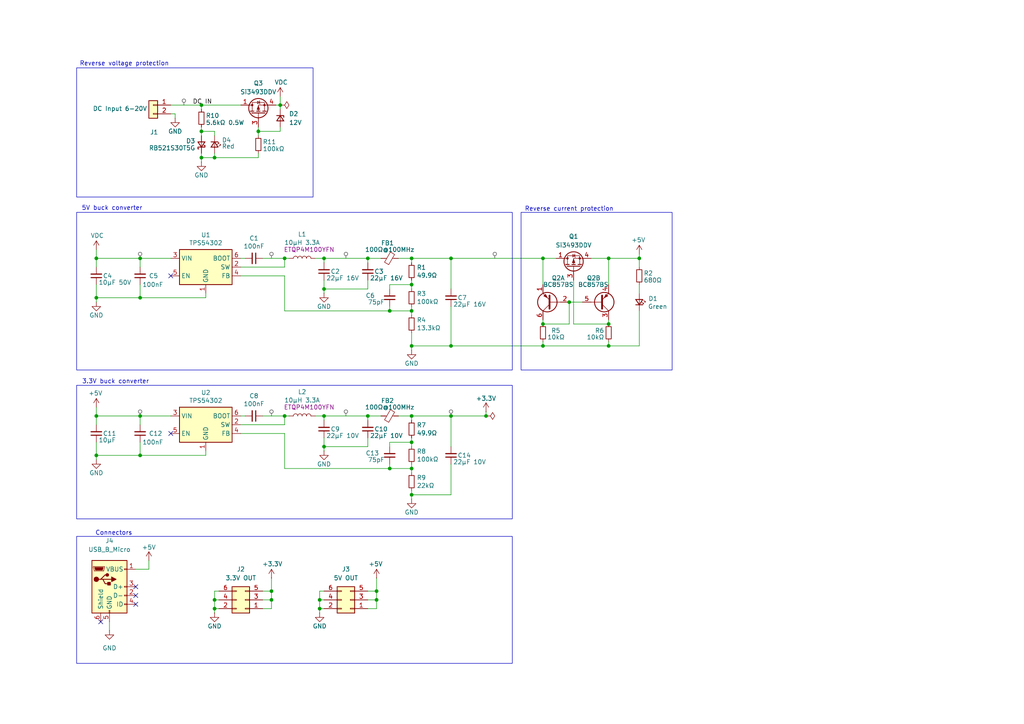
<source format=kicad_sch>
(kicad_sch (version 20231120) (generator "eeschema") (generator_version "8.0")
  (paper "A4")
  (title_block (title "Switched Breadboard PSU") (date "2024-07-16") (company "Retronics - Bjørner Sandom"))
  (lib_symbols
    (symbol "Connector:USB_B_Micro" (pin_names (offset 1.016))
      (property "Reference" "J" (at -5.08 11.43 0))
      (property "Value" "USB_B_Micro" (at -5.08 8.89 0))
      (symbol "USB_B_Micro_0_1"
        (rectangle (start -5.08 -7.62) (end 5.08 7.62) (stroke (width 0.254)) (fill (type background)))
        (circle (center -3.81 2.159) (radius 0.635) (stroke (width 0.254)) (fill (type outline)))
        (circle (center -0.635 3.429) (radius 0.381) (stroke (width 0.254)) (fill (type outline)))
        (rectangle (start -0.127 -7.62) (end 0.127 -6.858))
        (polyline (pts (xy -1.905 2.159) (xy 0.635 2.159)) (stroke (width 0.254)))
        (polyline (pts (xy -3.175 2.159) (xy -2.54 2.159) (xy -1.27 3.429) (xy -0.635 3.429)) (stroke (width 0.254)))
        (polyline (pts (xy -2.54 2.159) (xy -1.905 2.159) (xy -1.27 0.889) (xy 0 0.889)) (stroke (width 0.254)))
        (polyline (pts (xy 0.635 2.794) (xy 0.635 1.524) (xy 1.905 2.159) (xy 0.635 2.794)) (stroke (width 0.254)) (fill (type outline)))
        (polyline (pts (xy -4.318 5.588) (xy -1.778 5.588) (xy -2.032 4.826) (xy -4.064 4.826) (xy -4.318 5.588)) (fill (type outline)))
        (polyline (pts (xy -4.699 5.842) (xy -4.699 5.588) (xy -4.445 4.826) (xy -4.445 4.572) (xy -1.651 4.572) (xy -1.651 4.826) (xy -1.397 5.588) (xy -1.397 5.842) (xy -4.699 5.842)))
        (rectangle (start 0.254 1.27) (end -0.508 0.508) (stroke (width 0.254)) (fill (type outline)))
        (rectangle (start 5.08 -5.207) (end 4.318 -4.953))
        (rectangle (start 5.08 -2.667) (end 4.318 -2.413))
        (rectangle (start 5.08 -0.127) (end 4.318 0.127))
        (rectangle (start 5.08 4.953) (end 4.318 5.207))
      )
      (symbol "USB_B_Micro_1_1"
        (pin power_out line (at 7.62 5.08 180) (length 2.54) (name "VBUS") (number "1"))
        (pin bidirectional line (at 7.62 -2.54 180) (length 2.54) (name "D-") (number "2"))
        (pin bidirectional line (at 7.62 0 180) (length 2.54) (name "D+") (number "3"))
        (pin passive line (at 7.62 -5.08 180) (length 2.54) (name "ID") (number "4"))
        (pin power_out line (at 0 -10.16 90) (length 2.54) (name "GND") (number "5"))
        (pin passive line (at -2.54 -10.16 90) (length 2.54) (name "Shield") (number "6"))
      )
    )
    (symbol "Connector_Generic:Conn_01x02" (pin_names (offset 1.016) hide)
      (property "Reference" "J" (at 0 2.54 0))
      (property "Value" "Conn_01x02" (at 0 -5.08 0))
      (symbol "Conn_01x02_1_1"
        (rectangle (start -1.27 -2.413) (end 0 -2.667) (stroke (width 0.1524)))
        (rectangle (start -1.27 0.127) (end 0 -0.127) (stroke (width 0.1524)))
        (rectangle (start -1.27 1.27) (end 1.27 -3.81) (stroke (width 0.254)) (fill (type background)))
        (pin passive line (at -5.08 0 0) (length 3.81) (name "Pin_1") (number "1"))
        (pin passive line (at -5.08 -2.54 0) (length 3.81) (name "Pin_2") (number "2"))
      )
    )
    (symbol "Connector_Generic:Conn_02x03_Odd_Even" (pin_names (offset 1.016) hide)
      (property "Reference" "J" (at 1.27 5.08 0))
      (property "Value" "Conn_02x03_Odd_Even" (at 1.27 -5.08 0))
      (symbol "Conn_02x03_Odd_Even_1_1"
        (rectangle (start -1.27 -2.413) (end 0 -2.667) (stroke (width 0.1524)))
        (rectangle (start -1.27 0.127) (end 0 -0.127) (stroke (width 0.1524)))
        (rectangle (start -1.27 2.667) (end 0 2.413) (stroke (width 0.1524)))
        (rectangle (start -1.27 3.81) (end 3.81 -3.81) (stroke (width 0.254)) (fill (type background)))
        (rectangle (start 3.81 -2.413) (end 2.54 -2.667) (stroke (width 0.1524)))
        (rectangle (start 3.81 0.127) (end 2.54 -0.127) (stroke (width 0.1524)))
        (rectangle (start 3.81 2.667) (end 2.54 2.413) (stroke (width 0.1524)))
        (pin passive line (at -5.08 2.54 0) (length 3.81) (name "Pin_1") (number "1"))
        (pin passive line (at 7.62 2.54 180) (length 3.81) (name "Pin_2") (number "2"))
        (pin passive line (at -5.08 0 0) (length 3.81) (name "Pin_3") (number "3"))
        (pin passive line (at 7.62 0 180) (length 3.81) (name "Pin_4") (number "4"))
        (pin passive line (at -5.08 -2.54 0) (length 3.81) (name "Pin_5") (number "5"))
        (pin passive line (at 7.62 -2.54 180) (length 3.81) (name "Pin_6") (number "6"))
      )
    )
    (symbol "Device:C_Small" (pin_numbers hide) (pin_names (offset 0.254) hide)
      (property "Reference" "C" (at 0.254 1.778 0))
      (property "Value" "C_Small" (at 0.254 -2.032 0))
      (symbol "C_Small_0_1"
        (polyline (pts (xy -1.524 -0.508) (xy 1.524 -0.508)) (stroke (width 0.3302)))
        (polyline (pts (xy -1.524 0.508) (xy 1.524 0.508)) (stroke (width 0.3048)))
      )
      (symbol "C_Small_1_1"
        (pin passive line (at 0 2.54 270) (length 2.032) (name "~") (number "1"))
        (pin passive line (at 0 -2.54 90) (length 2.032) (name "~") (number "2"))
      )
    )
    (symbol "Device:D_Schottky_Small" (pin_numbers hide) (pin_names (offset 0.254) hide)
      (property "Reference" "D" (at -1.27 2.032 0))
      (property "Value" "D_Schottky_Small" (at -7.112 -2.032 0))
      (symbol "D_Schottky_Small_0_1"
        (polyline (pts (xy -0.762 0) (xy 0.762 0)))
        (polyline (pts (xy 0.762 -1.016) (xy -0.762 0) (xy 0.762 1.016) (xy 0.762 -1.016)) (stroke (width 0.254)))
        (polyline (pts (xy -1.27 0.762) (xy -1.27 1.016) (xy -0.762 1.016) (xy -0.762 -1.016) (xy -0.254 -1.016) (xy -0.254 -0.762)) (stroke (width 0.254)))
      )
      (symbol "D_Schottky_Small_1_1"
        (pin passive line (at -2.54 0 0) (length 1.778) (name "K") (number "1"))
        (pin passive line (at 2.54 0 180) (length 1.778) (name "A") (number "2"))
      )
    )
    (symbol "Device:D_Zener_Small" (pin_numbers hide) (pin_names (offset 0.254) hide)
      (property "Reference" "D" (at 0 2.286 0))
      (property "Value" "D_Zener_Small" (at 0 -2.286 0))
      (symbol "D_Zener_Small_0_1"
        (polyline (pts (xy 0.762 0) (xy -0.762 0)))
        (polyline (pts (xy -0.254 1.016) (xy -0.762 1.016) (xy -0.762 -1.016)) (stroke (width 0.254)))
        (polyline (pts (xy 0.762 1.016) (xy -0.762 0) (xy 0.762 -1.016) (xy 0.762 1.016)) (stroke (width 0.254)))
      )
      (symbol "D_Zener_Small_1_1"
        (pin passive line (at -2.54 0 0) (length 1.778) (name "K") (number "1"))
        (pin passive line (at 2.54 0 180) (length 1.778) (name "A") (number "2"))
      )
    )
    (symbol "Device:FerriteBead_Small" (pin_numbers hide) (pin_names (offset 0))
      (property "Reference" "FB" (at 1.905 1.27 0))
      (property "Value" "FerriteBead_Small" (at 1.905 -1.27 0))
      (symbol "FerriteBead_Small_0_1"
        (polyline (pts (xy 0 -1.27) (xy 0 -0.7874)))
        (polyline (pts (xy 0 0.889) (xy 0 1.2954)))
        (polyline (pts (xy -1.8288 0.2794) (xy -1.1176 1.4986) (xy 1.8288 -0.2032) (xy 1.1176 -1.4224) (xy -1.8288 0.2794)))
      )
      (symbol "FerriteBead_Small_1_1"
        (pin passive line (at 0 2.54 270) (length 1.27) (name "~") (number "1"))
        (pin passive line (at 0 -2.54 90) (length 1.27) (name "~") (number "2"))
      )
    )
    (symbol "Device:L" (pin_numbers hide) (pin_names (offset 1.016) hide)
      (property "Reference" "L" (at -1.27 0 90))
      (property "Value" "L" (at 1.905 0 90))
      (symbol "L_0_1"
        (arc (start 0 -2.54) (mid 0.6323 -1.905) (end 0 -1.27))
        (arc (start 0 -1.27) (mid 0.6323 -0.635) (end 0 0))
        (arc (start 0 0) (mid 0.6323 0.635) (end 0 1.27))
        (arc (start 0 1.27) (mid 0.6323 1.905) (end 0 2.54))
      )
      (symbol "L_1_1"
        (pin passive line (at 0 3.81 270) (length 1.27) (name "1") (number "1"))
        (pin passive line (at 0 -3.81 90) (length 1.27) (name "2") (number "2"))
      )
    )
    (symbol "Device:LED_Small" (pin_numbers hide) (pin_names (offset 0.254) hide)
      (property "Reference" "D" (at -1.27 3.175 0))
      (property "Value" "LED_Small" (at -4.445 -2.54 0))
      (symbol "LED_Small_0_1"
        (polyline (pts (xy -0.762 -1.016) (xy -0.762 1.016)) (stroke (width 0.254)))
        (polyline (pts (xy 1.016 0) (xy -0.762 0)))
        (polyline (pts (xy 0.762 -1.016) (xy -0.762 0) (xy 0.762 1.016) (xy 0.762 -1.016)) (stroke (width 0.254)))
        (polyline (pts (xy 0 0.762) (xy -0.508 1.27) (xy -0.254 1.27) (xy -0.508 1.27) (xy -0.508 1.016)))
        (polyline (pts (xy 0.508 1.27) (xy 0 1.778) (xy 0.254 1.778) (xy 0 1.778) (xy 0 1.524)))
      )
      (symbol "LED_Small_1_1"
        (pin passive line (at -2.54 0 0) (length 1.778) (name "K") (number "1"))
        (pin passive line (at 2.54 0 180) (length 1.778) (name "A") (number "2"))
      )
    )
    (symbol "Device:R_Small" (pin_numbers hide) (pin_names (offset 0.254) hide)
      (property "Reference" "R" (at 0.762 0.508 0))
      (property "Value" "R_Small" (at 0.762 -1.016 0))
      (symbol "R_Small_0_1"
        (rectangle (start -0.762 1.778) (end 0.762 -1.778) (stroke (width 0.2032)))
      )
      (symbol "R_Small_1_1"
        (pin passive line (at 0 2.54 270) (length 0.762) (name "~") (number "1"))
        (pin passive line (at 0 -2.54 90) (length 0.762) (name "~") (number "2"))
      )
    )
    (symbol "Regulator_Switching:TPS54302"
      (property "Reference" "U" (at -7.62 6.35 0))
      (property "Value" "TPS54302" (at 0 6.35 0))
      (symbol "TPS54302_0_1"
        (rectangle (start -7.62 5.08) (end 7.62 -5.08) (stroke (width 0.254)) (fill (type background)))
      )
      (symbol "TPS54302_1_1"
        (pin power_in line (at 0 -7.62 90) (length 2.54) (name "GND") (number "1"))
        (pin power_out line (at 10.16 0 180) (length 2.54) (name "SW") (number "2"))
        (pin power_in line (at -10.16 2.54 0) (length 2.54) (name "VIN") (number "3"))
        (pin input line (at 10.16 -2.54 180) (length 2.54) (name "FB") (number "4"))
        (pin input line (at -10.16 -2.54 0) (length 2.54) (name "EN") (number "5"))
        (pin passive line (at 10.16 2.54 180) (length 2.54) (name "BOOT") (number "6"))
      )
    )
    (symbol "Si3493DDV_1" (pin_names hide)
      (property "Reference" "Q" (at 5.08 1.905 0))
      (property "Value" "Si3493DDV" (at 5.08 0 0))
      (symbol "Si3493DDV_1_0_1"
        (polyline (pts (xy 0.254 0) (xy -1.27 0)))
        (polyline (pts (xy 0.254 1.905) (xy 0.254 -1.905)) (stroke (width 0.254)))
        (polyline (pts (xy 0.762 -1.27) (xy 0.762 -2.286)) (stroke (width 0.254)))
        (polyline (pts (xy 0.762 0.508) (xy 0.762 -0.508)) (stroke (width 0.254)))
        (polyline (pts (xy 0.762 2.286) (xy 0.762 1.27)) (stroke (width 0.254)))
        (polyline (pts (xy 2.54 2.54) (xy 2.54 1.778)))
        (polyline (pts (xy 2.54 -2.54) (xy 2.54 0) (xy 0.762 0)))
        (polyline (pts (xy 0.762 1.778) (xy 3.302 1.778) (xy 3.302 -1.778) (xy 0.762 -1.778)))
        (polyline (pts (xy 2.286 0) (xy 1.27 0.381) (xy 1.27 -0.381) (xy 2.286 0)) (fill (type outline)))
        (polyline (pts (xy 2.794 -0.508) (xy 2.921 -0.381) (xy 3.683 -0.381) (xy 3.81 -0.254)))
        (polyline (pts (xy 3.302 -0.381) (xy 2.921 0.254) (xy 3.683 0.254) (xy 3.302 -0.381)))
        (circle (center 1.651 0) (radius 2.794) (stroke (width 0.254)))
        (circle (center 2.54 -1.778) (radius 0.254) (fill (type outline)))
        (circle (center 2.54 1.778) (radius 0.254) (fill (type outline)))
      )
      (symbol "Si3493DDV_1_1_1"
        (pin passive line (at 2.54 5.08 270) (length 2.54) (name "D") (number "1"))
        (pin passive line (at 2.54 5.08 270) (length 2.54) hide (name "D") (number "2"))
        (pin input line (at -3.81 0 0) (length 2.54) (name "G") (number "3"))
        (pin passive line (at 2.54 -5.08 90) (length 2.54) (name "S") (number "4"))
        (pin passive line (at 2.54 5.08 270) (length 2.54) hide (name "D") (number "5"))
        (pin passive line (at 2.54 5.08 270) (length 2.54) hide (name "D") (number "6"))
      )
    )
    (symbol "Transistor_BJT:BC857BS" (pin_names (offset 0) hide)
      (property "Reference" "Q" (at 5.08 1.27 0))
      (property "Value" "BC857BS" (at 5.08 -1.27 0))
      (symbol "BC857BS_0_1"
        (polyline (pts (xy 0.635 0) (xy -2.54 0)))
        (polyline (pts (xy 0.635 0.635) (xy 2.54 2.54)))
        (polyline (pts (xy 0.635 -0.635) (xy 2.54 -2.54) (xy 2.54 -2.54)))
        (polyline (pts (xy 0.635 1.905) (xy 0.635 -1.905) (xy 0.635 -1.905)) (stroke (width 0.508)))
        (polyline (pts (xy 2.286 -1.778) (xy 1.778 -2.286) (xy 1.27 -1.27) (xy 2.286 -1.778) (xy 2.286 -1.778)) (fill (type outline)))
        (circle (center 1.27 0) (radius 2.8194) (stroke (width 0.254)))
      )
      (symbol "BC857BS_1_1"
        (pin passive line (at 2.54 -5.08 90) (length 2.54) (name "E1") (number "1"))
        (pin input line (at -5.08 0 0) (length 2.54) (name "B1") (number "2"))
        (pin passive line (at 2.54 5.08 270) (length 2.54) (name "C1") (number "6"))
      )
      (symbol "BC857BS_2_1"
        (pin passive line (at 2.54 5.08 270) (length 2.54) (name "C2") (number "3"))
        (pin passive line (at 2.54 -5.08 90) (length 2.54) (name "E2") (number "4"))
        (pin input line (at -5.08 0 0) (length 2.54) (name "B2") (number "5"))
      )
    )
    (symbol "power:+3.3V" (power) (pin_numbers hide) (pin_names (offset 0) hide)
      (property "Value" "+3.3V" (at 0 3.556 0))
      (symbol "+3.3V_0_1"
        (polyline (pts (xy -0.762 1.27) (xy 0 2.54)))
        (polyline (pts (xy 0 0) (xy 0 2.54)))
        (polyline (pts (xy 0 2.54) (xy 0.762 1.27)))
      )
      (symbol "+3.3V_1_1"
        (pin power_in line (at 0 0 90) (length 0) (name "~") (number "1"))
      )
    )
    (symbol "power:+5V" (power) (pin_numbers hide) (pin_names (offset 0) hide)
      (property "Value" "+5V" (at 0 3.556 0))
      (symbol "+5V_0_1"
        (polyline (pts (xy -0.762 1.27) (xy 0 2.54)))
        (polyline (pts (xy 0 0) (xy 0 2.54)))
        (polyline (pts (xy 0 2.54) (xy 0.762 1.27)))
      )
      (symbol "+5V_1_1"
        (pin power_in line (at 0 0 90) (length 0) (name "~") (number "1"))
      )
    )
    (symbol "power:GND" (power) (pin_numbers hide) (pin_names (offset 0) hide)
      (property "Value" "GND" (at 0 -3.81 0))
      (symbol "GND_0_1"
        (polyline (pts (xy 0 0) (xy 0 -1.27) (xy 1.27 -1.27) (xy 0 -2.54) (xy -1.27 -1.27) (xy 0 -1.27)))
      )
      (symbol "GND_1_1"
        (pin power_in line (at 0 0 270) (length 0) (name "~") (number "1"))
      )
    )
    (symbol "power:PWR_FLAG" (power) (pin_numbers hide) (pin_names (offset 0) hide)
      (property "Value" "PWR_FLAG" (at 0 3.81 0))
      (symbol "PWR_FLAG_0_0"
        (pin power_out line (at 0 0 90) (length 0) (name "~") (number "1"))
      )
      (symbol "PWR_FLAG_0_1"
        (polyline (pts (xy 0 0) (xy 0 1.27) (xy -1.016 1.905) (xy 0 2.54) (xy 1.016 1.905) (xy 0 1.27)))
      )
    )
    (symbol "power:VDC" (power) (pin_numbers hide) (pin_names (offset 0) hide)
      (property "Value" "VDC" (at 0 3.556 0))
      (symbol "VDC_0_1"
        (polyline (pts (xy -0.762 1.27) (xy 0 2.54)))
        (polyline (pts (xy 0 0) (xy 0 2.54)))
        (polyline (pts (xy 0 2.54) (xy 0.762 1.27)))
      )
      (symbol "VDC_1_1"
        (pin power_in line (at 0 0 90) (length 0) (name "~") (number "1"))
      )
    )
  )
  (junction (at 62.23 173.99))
  (junction (at 113.03 90.17))
  (junction (at 40.64 86.36))
  (junction (at 92.71 176.53))
  (junction (at 109.22 173.99))
  (junction (at 119.38 135.89))
  (junction (at 109.22 171.45))
  (junction (at 58.42 30.48))
  (junction (at 130.81 120.65))
  (junction (at 78.74 173.99))
  (junction (at 82.55 120.65))
  (junction (at 130.81 100.33))
  (junction (at 74.93 38.1))
  (junction (at 93.98 120.65))
  (junction (at 157.48 93.98))
  (junction (at 27.94 74.93))
  (junction (at 93.98 129.54))
  (junction (at 78.74 171.45))
  (junction (at 93.98 74.93))
  (junction (at 119.38 90.17))
  (junction (at 92.71 173.99))
  (junction (at 58.42 45.72))
  (junction (at 106.68 120.65))
  (junction (at 106.68 74.93))
  (junction (at 119.38 128.27))
  (junction (at 27.94 132.08))
  (junction (at 81.28 30.48))
  (junction (at 113.03 135.89))
  (junction (at 176.53 74.93))
  (junction (at 176.53 93.98))
  (junction (at 119.38 100.33))
  (junction (at 27.94 86.36))
  (junction (at 176.53 100.33))
  (junction (at 27.94 120.65))
  (junction (at 119.38 120.65))
  (junction (at 140.97 120.65))
  (junction (at 82.55 74.93))
  (junction (at 157.48 100.33))
  (junction (at 119.38 82.55))
  (junction (at 119.38 143.51))
  (junction (at 62.23 176.53))
  (junction (at 40.64 74.93))
  (junction (at 40.64 120.65))
  (junction (at 62.23 45.72))
  (junction (at 185.42 74.93))
  (junction (at 130.81 74.93))
  (junction (at 58.42 38.1))
  (junction (at 93.98 83.82))
  (junction (at 157.48 74.93))
  (junction (at 165.1 87.63))
  (junction (at 40.64 132.08))
  (junction (at 119.38 74.93))
  (no_connect (at 39.37 170.18))
  (no_connect (at 29.21 180.34))
  (no_connect (at 49.53 125.73))
  (no_connect (at 39.37 175.26))
  (no_connect (at 49.53 80.01))
  (no_connect (at 39.37 172.72))
  (wire (pts (xy 69.85 120.65) (xy 71.12 120.65)))
  (wire (pts (xy 43.18 165.1) (xy 43.18 162.56)))
  (wire (pts (xy 40.64 132.08) (xy 27.94 132.08)))
  (wire (pts (xy 113.03 128.27) (xy 119.38 128.27)))
  (wire (pts (xy 106.68 74.93) (xy 110.49 74.93)))
  (wire (pts (xy 165.1 87.63) (xy 168.91 87.63)))
  (wire (pts (xy 157.48 99.06) (xy 157.48 100.33)))
  (wire (pts (xy 76.2 176.53) (xy 78.74 176.53)))
  (wire (pts (xy 58.42 44.45) (xy 58.42 45.72)))
  (wire (pts (xy 62.23 173.99) (xy 63.5 173.99)))
  (wire (pts (xy 81.28 38.1) (xy 81.28 36.83)))
  (wire (pts (xy 81.28 31.75) (xy 81.28 30.48)))
  (wire (pts (xy 119.38 127) (xy 119.38 128.27)))
  (wire (pts (xy 176.53 100.33) (xy 185.42 100.33)))
  (wire (pts (xy 40.64 77.47) (xy 40.64 74.93)))
  (wire (pts (xy 165.1 93.98) (xy 165.1 87.63)))
  (wire (pts (xy 27.94 72.39) (xy 27.94 74.93)))
  (wire (pts (xy 49.53 30.48) (xy 58.42 30.48)))
  (wire (pts (xy 130.81 74.93) (xy 130.81 83.82)))
  (wire (pts (xy 78.74 167.64) (xy 78.74 171.45)))
  (wire (pts (xy 161.29 74.93) (xy 157.48 74.93)))
  (wire (pts (xy 74.93 36.83) (xy 74.93 38.1)))
  (wire (pts (xy 119.38 100.33) (xy 130.81 100.33)))
  (wire (pts (xy 119.38 90.17) (xy 119.38 91.44)))
  (wire (pts (xy 69.85 74.93) (xy 71.12 74.93)))
  (wire (pts (xy 130.81 74.93) (xy 157.48 74.93)))
  (wire (pts (xy 62.23 38.1) (xy 62.23 39.37)))
  (wire (pts (xy 82.55 120.65) (xy 83.82 120.65)))
  (wire (pts (xy 157.48 92.71) (xy 157.48 93.98)))
  (wire (pts (xy 27.94 128.27) (xy 27.94 132.08)))
  (wire (pts (xy 58.42 36.83) (xy 58.42 38.1)))
  (wire (pts (xy 93.98 120.65) (xy 91.44 120.65)))
  (wire (pts (xy 81.28 27.94) (xy 81.28 30.48)))
  (wire (pts (xy 119.38 128.27) (xy 119.38 129.54)))
  (wire (pts (xy 93.98 129.54) (xy 93.98 127)))
  (wire (pts (xy 27.94 118.11) (xy 27.94 120.65)))
  (wire (pts (xy 58.42 30.48) (xy 69.85 30.48)))
  (wire (pts (xy 119.38 134.62) (xy 119.38 135.89)))
  (wire (pts (xy 62.23 44.45) (xy 62.23 45.72)))
  (wire (pts (xy 93.98 129.54) (xy 93.98 130.81)))
  (wire (pts (xy 27.94 132.08) (xy 27.94 133.35)))
  (wire (pts (xy 185.42 100.33) (xy 185.42 90.17)))
  (wire (pts (xy 92.71 173.99) (xy 93.98 173.99)))
  (wire (pts (xy 115.57 74.93) (xy 119.38 74.93)))
  (wire (pts (xy 119.38 120.65) (xy 119.38 121.92)))
  (wire (pts (xy 119.38 96.52) (xy 119.38 100.33)))
  (wire (pts (xy 176.53 74.93) (xy 176.53 82.55)))
  (wire (pts (xy 93.98 83.82) (xy 93.98 81.28)))
  (wire (pts (xy 171.45 74.93) (xy 176.53 74.93)))
  (wire (pts (xy 119.38 120.65) (xy 130.81 120.65)))
  (wire (pts (xy 40.64 86.36) (xy 59.69 86.36)))
  (wire (pts (xy 166.37 81.28) (xy 166.37 93.98)))
  (wire (pts (xy 130.81 100.33) (xy 157.48 100.33)))
  (wire (pts (xy 109.22 171.45) (xy 109.22 173.99)))
  (wire (pts (xy 58.42 38.1) (xy 58.42 39.37)))
  (wire (pts (xy 78.74 171.45) (xy 78.74 173.99)))
  (wire (pts (xy 40.64 132.08) (xy 59.69 132.08)))
  (wire (pts (xy 78.74 171.45) (xy 76.2 171.45)))
  (wire (pts (xy 27.94 86.36) (xy 27.94 87.63)))
  (wire (pts (xy 130.81 120.65) (xy 130.81 129.54)))
  (wire (pts (xy 93.98 74.93) (xy 91.44 74.93)))
  (wire (pts (xy 113.03 135.89) (xy 119.38 135.89)))
  (wire (pts (xy 185.42 85.09) (xy 185.42 82.55)))
  (wire (pts (xy 106.68 81.28) (xy 106.68 83.82)))
  (wire (pts (xy 157.48 93.98) (xy 165.1 93.98)))
  (wire (pts (xy 119.38 74.93) (xy 119.38 76.2)))
  (wire (pts (xy 106.68 171.45) (xy 109.22 171.45)))
  (wire (pts (xy 130.81 120.65) (xy 140.97 120.65)))
  (wire (pts (xy 113.03 135.89) (xy 82.55 135.89)))
  (wire (pts (xy 157.48 100.33) (xy 176.53 100.33)))
  (wire (pts (xy 58.42 38.1) (xy 62.23 38.1)))
  (wire (pts (xy 115.57 120.65) (xy 119.38 120.65)))
  (wire (pts (xy 39.37 165.1) (xy 43.18 165.1)))
  (wire (pts (xy 185.42 77.47) (xy 185.42 74.93)))
  (wire (pts (xy 59.69 86.36) (xy 59.69 85.09)))
  (wire (pts (xy 106.68 120.65) (xy 110.49 120.65)))
  (wire (pts (xy 119.38 143.51) (xy 119.38 144.78)))
  (wire (pts (xy 82.55 123.19) (xy 82.55 120.65)))
  (wire (pts (xy 119.38 135.89) (xy 119.38 137.16)))
  (wire (pts (xy 119.38 81.28) (xy 119.38 82.55)))
  (wire (pts (xy 113.03 90.17) (xy 82.55 90.17)))
  (wire (pts (xy 69.85 77.47) (xy 82.55 77.47)))
  (wire (pts (xy 119.38 100.33) (xy 119.38 101.6)))
  (wire (pts (xy 59.69 132.08) (xy 59.69 130.81)))
  (wire (pts (xy 40.64 120.65) (xy 27.94 120.65)))
  (wire (pts (xy 40.64 74.93) (xy 27.94 74.93)))
  (wire (pts (xy 113.03 82.55) (xy 119.38 82.55)))
  (wire (pts (xy 78.74 176.53) (xy 78.74 173.99)))
  (wire (pts (xy 40.64 86.36) (xy 27.94 86.36)))
  (wire (pts (xy 113.03 88.9) (xy 113.03 90.17)))
  (wire (pts (xy 27.94 120.65) (xy 27.94 123.19)))
  (wire (pts (xy 92.71 176.53) (xy 93.98 176.53)))
  (wire (pts (xy 62.23 176.53) (xy 62.23 173.99)))
  (wire (pts (xy 106.68 176.53) (xy 109.22 176.53)))
  (wire (pts (xy 62.23 176.53) (xy 62.23 177.8)))
  (wire (pts (xy 176.53 99.06) (xy 176.53 100.33)))
  (wire (pts (xy 157.48 74.93) (xy 157.48 82.55)))
  (wire (pts (xy 106.68 127) (xy 106.68 129.54)))
  (wire (pts (xy 166.37 93.98) (xy 176.53 93.98)))
  (wire (pts (xy 93.98 121.92) (xy 93.98 120.65)))
  (wire (pts (xy 74.93 39.37) (xy 74.93 38.1)))
  (wire (pts (xy 82.55 80.01) (xy 69.85 80.01)))
  (wire (pts (xy 50.8 33.02) (xy 49.53 33.02)))
  (wire (pts (xy 40.64 128.27) (xy 40.64 132.08)))
  (wire (pts (xy 82.55 90.17) (xy 82.55 80.01)))
  (wire (pts (xy 49.53 120.65) (xy 40.64 120.65)))
  (wire (pts (xy 50.8 34.29) (xy 50.8 33.02)))
  (wire (pts (xy 62.23 176.53) (xy 63.5 176.53)))
  (wire (pts (xy 106.68 76.2) (xy 106.68 74.93)))
  (wire (pts (xy 106.68 129.54) (xy 93.98 129.54)))
  (wire (pts (xy 27.94 82.55) (xy 27.94 86.36)))
  (wire (pts (xy 27.94 74.93) (xy 27.94 77.47)))
  (wire (pts (xy 113.03 90.17) (xy 119.38 90.17)))
  (wire (pts (xy 106.68 74.93) (xy 93.98 74.93)))
  (wire (pts (xy 82.55 125.73) (xy 69.85 125.73)))
  (wire (pts (xy 76.2 120.65) (xy 82.55 120.65)))
  (wire (pts (xy 58.42 45.72) (xy 62.23 45.72)))
  (wire (pts (xy 176.53 92.71) (xy 176.53 93.98)))
  (wire (pts (xy 76.2 74.93) (xy 82.55 74.93)))
  (wire (pts (xy 69.85 123.19) (xy 82.55 123.19)))
  (wire (pts (xy 130.81 134.62) (xy 130.81 143.51)))
  (wire (pts (xy 109.22 173.99) (xy 109.22 176.53)))
  (wire (pts (xy 176.53 74.93) (xy 185.42 74.93)))
  (wire (pts (xy 62.23 45.72) (xy 74.93 45.72)))
  (wire (pts (xy 93.98 83.82) (xy 93.98 85.09)))
  (wire (pts (xy 82.55 77.47) (xy 82.55 74.93)))
  (wire (pts (xy 113.03 134.62) (xy 113.03 135.89)))
  (wire (pts (xy 58.42 30.48) (xy 58.42 31.75)))
  (wire (pts (xy 93.98 76.2) (xy 93.98 74.93)))
  (wire (pts (xy 106.68 120.65) (xy 93.98 120.65)))
  (wire (pts (xy 74.93 38.1) (xy 81.28 38.1)))
  (wire (pts (xy 92.71 176.53) (xy 92.71 177.8)))
  (wire (pts (xy 40.64 82.55) (xy 40.64 86.36)))
  (wire (pts (xy 92.71 171.45) (xy 93.98 171.45)))
  (wire (pts (xy 119.38 74.93) (xy 130.81 74.93)))
  (wire (pts (xy 119.38 82.55) (xy 119.38 83.82)))
  (wire (pts (xy 119.38 143.51) (xy 130.81 143.51)))
  (wire (pts (xy 81.28 30.48) (xy 80.01 30.48)))
  (wire (pts (xy 82.55 74.93) (xy 83.82 74.93)))
  (wire (pts (xy 58.42 46.99) (xy 58.42 45.72)))
  (wire (pts (xy 106.68 173.99) (xy 109.22 173.99)))
  (wire (pts (xy 49.53 74.93) (xy 40.64 74.93)))
  (wire (pts (xy 140.97 119.38) (xy 140.97 120.65)))
  (wire (pts (xy 40.64 123.19) (xy 40.64 120.65)))
  (wire (pts (xy 31.75 180.34) (xy 31.75 182.88)))
  (wire (pts (xy 92.71 171.45) (xy 92.71 173.99)))
  (wire (pts (xy 119.38 142.24) (xy 119.38 143.51)))
  (wire (pts (xy 62.23 171.45) (xy 63.5 171.45)))
  (wire (pts (xy 109.22 167.64) (xy 109.22 171.45)))
  (wire (pts (xy 130.81 88.9) (xy 130.81 100.33)))
  (wire (pts (xy 82.55 135.89) (xy 82.55 125.73)))
  (wire (pts (xy 62.23 171.45) (xy 62.23 173.99)))
  (wire (pts (xy 113.03 83.82) (xy 113.03 82.55)))
  (wire (pts (xy 106.68 83.82) (xy 93.98 83.82)))
  (wire (pts (xy 74.93 45.72) (xy 74.93 44.45)))
  (wire (pts (xy 92.71 173.99) (xy 92.71 176.53)))
  (wire (pts (xy 76.2 173.99) (xy 78.74 173.99)))
  (wire (pts (xy 119.38 88.9) (xy 119.38 90.17)))
  (wire (pts (xy 106.68 121.92) (xy 106.68 120.65)))
  (wire (pts (xy 113.03 129.54) (xy 113.03 128.27)))
  (wire (pts (xy 185.42 73.66) (xy 185.42 74.93)))
  (rectangle (start 22.225 61.595) (end 148.59 107.315))
  (rectangle (start 22.225 155.575) (end 148.59 192.405))
  (rectangle (start 22.225 19.685) (end 90.805 57.15))
  (rectangle (start 151.13 61.595) (end 194.945 107.315))
  (rectangle (start 22.225 111.76) (end 148.59 150.495))
  (text "5V buck converter" (at 32.512 60.452 0) (effects (font (size 1.27 1.27))))
  (text "Connectors" (at 33.02 154.686 0) (effects (font (size 1.27 1.27))))
  (text "Reverse current protection" (at 165.1 60.706 0) (effects (font (size 1.27 1.27))))
  (text "3.3V buck converter" (at 33.528 110.744 0) (effects (font (size 1.27 1.27))))
  (text "Reverse voltage protection" (at 36.068 18.542 0) (effects (font (size 1.27 1.27))))
  (label "DC IN" (at 55.88 30.48 0))
  (netclass_flag "" (length 1.27) (shape round) (at 78.74 74.93 0) (property "Netclass" "Power" (effects (hide yes))))
  (netclass_flag "" (length 1.27) (shape round) (at 78.74 120.65 0) (property "Netclass" "Power" (effects (hide yes))))
  (netclass_flag "" (length 1.27) (shape round) (at 40.64 74.93 0) (property "Netclass" "Power" (effects (hide yes))))
  (netclass_flag "" (length 1.27) (shape round) (at 100.33 74.93 0) (property "Netclass" "Power" (effects (hide yes))))
  (netclass_flag "" (length 1.27) (shape round) (at 100.33 120.65 0) (property "Netclass" "Power" (effects (hide yes))))
  (netclass_flag "" (length 1.27) (shape round) (at 53.34 30.48 0) (property "Netclass" "Power" (effects (hide yes))))
  (netclass_flag "" (length 1.27) (shape round) (at 143.51 74.93 0) (property "Netclass" "Power" (effects (hide yes))))
  (netclass_flag "" (length 1.27) (shape round) (at 130.81 120.65 0) (property "Netclass" "Power" (effects (hide yes))))
  (netclass_flag "" (length 1.27) (shape round) (at 40.64 120.65 0) (property "Netclass" "Power" (effects (hide yes))))
  (symbol (lib_id "power:PWR_FLAG") (at 81.28 30.48 270) (unit 1)
    (property "Reference" "#FLG02" (effects (hide yes)))
    (property "Value" "PWR_FLAG" (effects (hide yes)))
    (property "Description" "Special symbol for telling ERC where power comes from" (effects (hide yes)))
  )
  (symbol (lib_id "Device:R_Small") (at 119.38 86.36 0) (unit 1)
    (property "Reference" "R3" (at 120.8786 85.1916 0) (effects (justify left)))
    (property "Value" "100kΩ" (at 120.8786 87.503 0) (effects (justify left)))
    (property "Footprint" "Resistor_SMD:R_0603_1608Metric_Pad0.98x0.95mm_HandSolder" (effects (hide yes)))
  )
  (symbol (lib_id "Device:C_Small") (at 106.68 78.74 180) (unit 1)
    (property "Reference" "C3" (at 108.585 78.74 0) (effects (justify right)))
    (property "Value" "22µF 16V" (at 107.315 80.645 0) (effects (justify right)))
    (property "Footprint" "Capacitor_SMD:C_0603_1608Metric_Pad1.08x0.95mm_HandSolder" (effects (hide yes)))
  )
  (symbol (lib_id "Device:C_Small") (at 113.03 86.36 180) (unit 1)
    (property "Reference" "C6" (at 106.045 85.725 0) (effects (justify right)))
    (property "Value" "75pF" (at 106.68 87.63 0) (effects (justify right)))
    (property "Footprint" "Capacitor_SMD:C_0603_1608Metric_Pad1.08x0.95mm_HandSolder" (effects (hide yes)))
  )
  (symbol (lib_id "Regulator_Switching:TPS54302") (at 59.69 77.47 0) (unit 1)
    (property "Reference" "U1" (at 59.69 68.1482 0))
    (property "Value" "TPS54302" (at 59.69 70.4596 0))
    (property "Footprint" "Package_TO_SOT_SMD:SOT-23-6_Handsoldering" (effects (hide yes)))
    (property "Datasheet" "http://www.ti.com/lit/ds/symlink/tps54302.pdf" (effects (hide yes)))
  )
  (symbol (lib_id "Device:R_Small") (at 74.93 41.91 0) (unit 1)
    (property "Reference" "R11" (at 76.2 41.148 0) (effects (justify left)))
    (property "Value" "100kΩ" (at 76.2 43.18 0) (effects (justify left)))
    (property "Footprint" "Retronics_Passives:R_0603_1608Metric_Pad0.98x0.95mm_HandSolder" (effects (hide yes)))
    (property "Description" "Resistor, small symbol" (effects (hide yes)))
  )
  (symbol (lib_id "power:GND") (at 27.94 133.35 0) (unit 1)
    (property "Reference" "#PWR09" (effects (hide yes)))
    (property "Value" "GND" (at 27.94 137.16 0))
    (property "Description" "Power symbol creates a global label with name \"GND\" , ground" (effects (hide yes)))
  )
  (symbol (lib_id "power:PWR_FLAG") (at 140.97 120.65 270) (unit 1)
    (property "Reference" "#FLG01" (effects (hide yes)))
    (property "Value" "PWR_FLAG" (effects (hide yes)))
    (property "Description" "Special symbol for telling ERC where power comes from" (effects (hide yes)))
  )
  (symbol (lib_id "Device:C_Small") (at 93.98 78.74 180) (unit 1)
    (property "Reference" "C2" (at 95.885 78.74 0) (effects (justify right)))
    (property "Value" "22µF 16V" (at 94.615 80.645 0) (effects (justify right)))
    (property "Footprint" "Capacitor_SMD:C_0603_1608Metric_Pad1.08x0.95mm_HandSolder" (effects (hide yes)))
  )
  (symbol (lib_id "Connector_Generic:Conn_01x02") (at 44.45 30.48 0) (mirror y) (unit 1)
    (property "Reference" "J1" (at 44.704 38.354 0))
    (property "Value" "DC Input 6-20V" (at 34.798 31.496 0))
    (property "Footprint" "Retronics_Connectors:Pluggable_DB2ERC-5.08-2P-BK" (effects (hide yes)))
    (property "Description" "Generic connector, single row, 01x02, script generated (kicad-library-utils/schlib/autogen/connector/)" (effects (hide yes)))
  )
  (symbol (lib_id "Device:C_Small") (at 130.81 86.36 180) (unit 1)
    (property "Reference" "C7" (at 132.715 86.36 0) (effects (justify right)))
    (property "Value" "22µF 16V" (at 131.445 88.265 0) (effects (justify right)))
    (property "Footprint" "Capacitor_SMD:C_0603_1608Metric_Pad1.08x0.95mm_HandSolder" (effects (hide yes)))
  )
  (symbol (lib_name "Si3493DDV_1") (lib_id "Retronics_Discrete:Si3493DDV") (at 74.93 33.02 90) (unit 1)
    (property "Reference" "Q3" (at 74.93 24.13 90))
    (property "Value" "Si3493DDV" (at 74.93 26.67 90))
    (property "Footprint" "Package_TO_SOT_SMD:SOT-23-6_Handsoldering" (effects (hide yes)))
  )
  (symbol (lib_id "power:GND") (at 93.98 85.09 0) (unit 1)
    (property "Reference" "#PWR03" (effects (hide yes)))
    (property "Value" "GND" (at 93.98 88.9 0))
    (property "Description" "Power symbol creates a global label with name \"GND\" , ground" (effects (hide yes)))
  )
  (symbol (lib_id "power:GND") (at 92.71 177.8 0) (unit 1)
    (property "Reference" "#PWR018" (effects (hide yes)))
    (property "Value" "GND" (at 92.71 181.61 0))
    (property "Description" "Power symbol creates a global label with name \"GND\" , ground" (effects (hide yes)))
  )
  (symbol (lib_name "Si3493DDV_1") (lib_id "Retronics_Discrete:Si3493DDV") (at 166.37 77.47 90) (unit 1)
    (property "Reference" "Q1" (at 166.37 68.58 90))
    (property "Value" "Si3493DDV" (at 166.37 71.12 90))
    (property "Footprint" "Package_TO_SOT_SMD:SOT-23-6_Handsoldering" (effects (hide yes)))
  )
  (symbol (lib_id "power:+3.3V") (at 140.97 119.38 0) (unit 1)
    (property "Reference" "#PWR07" (effects (hide yes)))
    (property "Value" "+3.3V" (at 140.97 115.57 0))
    (property "Description" "Power symbol creates a global label with name \"+3.3V\"" (effects (hide yes)))
  )
  (symbol (lib_id "power:GND") (at 27.94 87.63 0) (unit 1)
    (property "Reference" "#PWR04" (effects (hide yes)))
    (property "Value" "GND" (at 27.94 91.44 0))
    (property "Description" "Power symbol creates a global label with name \"GND\" , ground" (effects (hide yes)))
  )
  (symbol (lib_id "Device:R_Small") (at 119.38 139.7 0) (unit 1)
    (property "Reference" "R9" (at 120.8786 138.5316 0) (effects (justify left)))
    (property "Value" "22kΩ" (at 120.8786 140.843 0) (effects (justify left)))
    (property "Footprint" "Resistor_SMD:R_0603_1608Metric_Pad0.98x0.95mm_HandSolder" (effects (hide yes)))
  )
  (symbol (lib_id "power:GND") (at 58.42 46.99 0) (unit 1)
    (property "Reference" "#PWR013" (effects (hide yes)))
    (property "Value" "GND" (at 58.42 50.8 0))
    (property "Description" "Power symbol creates a global label with name \"GND\" , ground" (effects (hide yes)))
  )
  (symbol (lib_id "Device:C_Small") (at 27.94 125.73 180) (unit 1)
    (property "Reference" "C11" (at 29.845 125.73 0) (effects (justify right)))
    (property "Value" "10µF" (at 28.575 127.635 0) (effects (justify right)))
    (property "Footprint" "Capacitor_SMD:C_0603_1608Metric_Pad1.08x0.95mm_HandSolder" (effects (hide yes)))
  )
  (symbol (lib_id "Device:C_Small") (at 73.66 74.93 270) (unit 1)
    (property "Reference" "C1" (at 73.66 69.1134 90))
    (property "Value" "100nF" (at 73.66 71.4248 90))
    (property "Footprint" "Capacitor_SMD:C_0603_1608Metric_Pad1.08x0.95mm_HandSolder" (effects (hide yes)))
  )
  (symbol (lib_id "power:+5V") (at 185.42 73.66 0) (unit 1)
    (property "Reference" "#PWR02" (effects (hide yes)))
    (property "Value" "+5V" (at 185.166 69.596 0))
    (property "Description" "Power symbol creates a global label with name \"+5V\"" (effects (hide yes)))
  )
  (symbol (lib_id "Device:R_Small") (at 119.38 93.98 0) (unit 1)
    (property "Reference" "R4" (at 120.8786 92.8116 0) (effects (justify left)))
    (property "Value" "13.3kΩ" (at 120.8786 95.123 0) (effects (justify left)))
    (property "Footprint" "Resistor_SMD:R_0603_1608Metric_Pad0.98x0.95mm_HandSolder" (effects (hide yes)))
  )
  (symbol (lib_id "power:GND") (at 50.8 34.29 0) (unit 1)
    (property "Reference" "#PWR012" (effects (hide yes)))
    (property "Value" "GND" (at 50.8 38.1 0))
    (property "Description" "Power symbol creates a global label with name \"GND\" , ground" (effects (hide yes)))
  )
  (symbol (lib_id "Device:FerriteBead_Small") (at 113.03 120.65 90) (unit 1)
    (property "Reference" "FB2" (at 112.395 116.205 90))
    (property "Value" "100Ω@100MHz" (at 113.03 118.11 90))
    (property "Footprint" "Inductor_SMD:L_1206_3216Metric_Pad1.42x1.75mm_HandSolder" (effects (hide yes)))
  )
  (symbol (lib_id "Device:C_Small") (at 113.03 132.08 180) (unit 1)
    (property "Reference" "C13" (at 106.045 131.445 0) (effects (justify right)))
    (property "Value" "75pF" (at 106.68 133.35 0) (effects (justify right)))
    (property "Footprint" "Capacitor_SMD:C_0603_1608Metric_Pad1.08x0.95mm_HandSolder" (effects (hide yes)))
  )
  (symbol (lib_id "Device:L") (at 87.63 74.93 90) (unit 1)
    (property "Reference" "L1" (at 87.63 67.945 90))
    (property "Value" "10µH 3.3A" (at 87.63 70.358 90))
    (property "Footprint" "Retronics_Passives:ETQP4M100YFN" (effects (hide yes)))
    (property "Comments" "ETQP4M100YFN" (at 89.662 72.39 90))
  )
  (symbol (lib_id "Connector_Generic:Conn_02x03_Odd_Even") (at 71.12 173.99 180) (unit 1)
    (property "Reference" "J2" (at 69.85 165.1 0))
    (property "Value" "3.3V OUT" (at 69.85 167.64 0))
    (property "Footprint" "Retronics_Connectors:PinHeader_2x03_P2.54mm_Vertical_Alt" (effects (hide yes)))
    (property "Description" "Generic connector, double row, 02x03, odd/even pin numbering scheme (row 1 odd numbers, row 2 even numbers), script generated (kicad-library-utils/schlib/autogen/connector/)" (effects (hide yes)))
  )
  (symbol (lib_id "Device:C_Small") (at 73.66 120.65 270) (unit 1)
    (property "Reference" "C8" (at 73.66 114.8334 90))
    (property "Value" "100nF" (at 73.66 117.1448 90))
    (property "Footprint" "Capacitor_SMD:C_0603_1608Metric_Pad1.08x0.95mm_HandSolder" (effects (hide yes)))
  )
  (symbol (lib_id "power:+5V") (at 43.18 162.56 0) (unit 1)
    (property "Reference" "#PWR016" (effects (hide yes)))
    (property "Value" "+5V" (at 43.18 158.75 0))
  )
  (symbol (lib_id "Device:D_Schottky_Small") (at 58.42 41.91 90) (unit 1)
    (property "Reference" "D3" (at 56.642 40.894 90) (effects (justify left)))
    (property "Value" "RB521S30T5G" (at 56.642 42.926 90) (effects (justify left)))
    (property "Footprint" "Diode_SMD:D_SOD-523" (effects (hide yes)))
    (property "Description" "Schottky diode, small symbol" (effects (hide yes)))
    (property "Sim.Device" "D" (effects (hide yes)))
    (property "Sim.Pins" "1=K 2=A" (effects (hide yes)))
  )
  (symbol (lib_id "power:GND") (at 93.98 130.81 0) (unit 1)
    (property "Reference" "#PWR08" (effects (hide yes)))
    (property "Value" "GND" (at 93.98 134.62 0))
    (property "Description" "Power symbol creates a global label with name \"GND\" , ground" (effects (hide yes)))
  )
  (symbol (lib_id "power:GND") (at 119.38 144.78 0) (unit 1)
    (property "Reference" "#PWR010" (effects (hide yes)))
    (property "Value" "GND" (at 119.38 148.59 0))
    (property "Description" "Power symbol creates a global label with name \"GND\" , ground" (effects (hide yes)))
  )
  (symbol (lib_id "power:GND") (at 119.38 101.6 0) (unit 1)
    (property "Reference" "#PWR05" (effects (hide yes)))
    (property "Value" "GND" (at 119.38 105.41 0))
    (property "Description" "Power symbol creates a global label with name \"GND\" , ground" (effects (hide yes)))
  )
  (symbol (lib_id "Connector_Generic:Conn_02x03_Odd_Even") (at 101.6 173.99 180) (unit 1)
    (property "Reference" "J3" (at 100.33 165.1 0))
    (property "Value" "5V OUT" (at 100.33 167.64 0))
    (property "Footprint" "Retronics_Connectors:PinHeader_2x03_P2.54mm_Vertical_Alt" (effects (hide yes)))
    (property "Description" "Generic connector, double row, 02x03, odd/even pin numbering scheme (row 1 odd numbers, row 2 even numbers), script generated (kicad-library-utils/schlib/autogen/connector/)" (effects (hide yes)))
  )
  (symbol (lib_id "Device:R_Small") (at 119.38 124.46 0) (unit 1)
    (property "Reference" "R7" (at 120.8786 123.2916 0) (effects (justify left)))
    (property "Value" "49.9Ω" (at 120.8786 125.603 0) (effects (justify left)))
    (property "Footprint" "Resistor_SMD:R_0603_1608Metric_Pad0.98x0.95mm_HandSolder" (effects (hide yes)))
  )
  (symbol (lib_id "Device:R_Small") (at 58.42 34.29 0) (unit 1)
    (property "Reference" "R10" (at 59.69 33.528 0) (effects (justify left)))
    (property "Value" "5.6kΩ 0.5W" (at 59.69 35.56 0) (effects (justify left)))
    (property "Footprint" "Retronics_Passives:R_1210_3225Metric_Pad1.30x2.65mm_HandSolder" (effects (hide yes)))
    (property "Description" "Resistor, small symbol" (effects (hide yes)))
  )
  (symbol (lib_id "power:VDC") (at 27.94 72.39 0) (unit 1)
    (property "Reference" "#PWR01" (effects (hide yes)))
    (property "Value" "VDC" (at 28.194 68.326 0))
    (property "Description" "Power symbol creates a global label with name \"VDC\"" (effects (hide yes)))
  )
  (symbol (lib_id "Device:C_Small") (at 40.64 80.01 180) (unit 1)
    (property "Reference" "C5" (at 43.18 80.01 0) (effects (justify right)))
    (property "Value" "100nF" (at 41.275 82.55 0) (effects (justify right)))
    (property "Footprint" "Capacitor_SMD:C_0603_1608Metric_Pad1.08x0.95mm_HandSolder" (effects (hide yes)))
  )
  (symbol (lib_id "Transistor_BJT:BC857BS") (at 173.99 87.63 0) (mirror x) (unit 2)
    (property "Reference" "Q2" (at 170.18 80.645 0) (effects (justify left)))
    (property "Value" "BC857BS" (at 167.64 82.55 0) (effects (justify left)))
    (property "Footprint" "myDevices:SOT-363_SC-70-6-Handsoldering" (effects (hide yes)))
    (property "Datasheet" "https://assets.nexperia.com/documents/data-sheet/BC857BS.pdf" (effects (hide yes)))
  )
  (symbol (lib_id "Device:R_Small") (at 119.38 78.74 0) (unit 1)
    (property "Reference" "R1" (at 120.8786 77.5716 0) (effects (justify left)))
    (property "Value" "49.9Ω" (at 120.8786 79.883 0) (effects (justify left)))
    (property "Footprint" "Resistor_SMD:R_0603_1608Metric_Pad0.98x0.95mm_HandSolder" (effects (hide yes)))
  )
  (symbol (lib_id "Regulator_Switching:TPS54302") (at 59.69 123.19 0) (unit 1)
    (property "Reference" "U2" (at 59.69 113.8682 0))
    (property "Value" "TPS54302" (at 59.69 116.1796 0))
    (property "Footprint" "Package_TO_SOT_SMD:SOT-23-6_Handsoldering" (effects (hide yes)))
    (property "Datasheet" "http://www.ti.com/lit/ds/symlink/tps54302.pdf" (effects (hide yes)))
  )
  (symbol (lib_id "Device:FerriteBead_Small") (at 113.03 74.93 90) (unit 1)
    (property "Reference" "FB1" (at 112.395 70.485 90))
    (property "Value" "100Ω@100MHz" (at 113.03 72.39 90))
    (property "Footprint" "Inductor_SMD:L_1206_3216Metric_Pad1.42x1.75mm_HandSolder" (effects (hide yes)))
  )
  (symbol (lib_id "Device:L") (at 87.63 120.65 90) (unit 1)
    (property "Reference" "L2" (at 87.63 113.665 90))
    (property "Value" "10µH 3.3A" (at 87.63 116.078 90))
    (property "Footprint" "Retronics_Passives:ETQP4M100YFN" (effects (hide yes)))
    (property "Comments" "ETQP4M100YFN" (at 89.662 118.11 90))
  )
  (symbol (lib_id "Device:C_Small") (at 130.81 132.08 180) (unit 1)
    (property "Reference" "C14" (at 132.715 132.08 0) (effects (justify right)))
    (property "Value" "22µF 10V" (at 131.445 133.985 0) (effects (justify right)))
    (property "Footprint" "Capacitor_SMD:C_0603_1608Metric_Pad1.08x0.95mm_HandSolder" (effects (hide yes)))
  )
  (symbol (lib_id "Device:LED_Small") (at 62.23 41.91 270) (unit 1)
    (property "Reference" "D4" (at 67.056 40.64 90) (effects (justify right)))
    (property "Value" "Red" (at 68.072 42.418 90) (effects (justify right)))
    (property "Footprint" "LED_SMD:LED_0603_1608Metric_Pad1.05x0.95mm_HandSolder" (effects (hide yes)))
    (property "Description" "Light emitting diode, small symbol" (effects (hide yes)))
  )
  (symbol (lib_id "Device:R_Small") (at 119.38 132.08 0) (unit 1)
    (property "Reference" "R8" (at 120.8786 130.9116 0) (effects (justify left)))
    (property "Value" "100kΩ" (at 120.8786 133.223 0) (effects (justify left)))
    (property "Footprint" "Resistor_SMD:R_0603_1608Metric_Pad0.98x0.95mm_HandSolder" (effects (hide yes)))
  )
  (symbol (lib_id "power:+3.3V") (at 78.74 167.64 0) (unit 1)
    (property "Reference" "#PWR014" (effects (hide yes)))
    (property "Value" "+3.3V" (at 78.994 163.576 0))
    (property "Description" "Power symbol creates a global label with name \"+3.3V\"" (effects (hide yes)))
  )
  (symbol (lib_id "Connector:USB_B_Micro") (at 31.75 170.18 0) (unit 1)
    (property "Reference" "J4" (at 31.75 156.845 0))
    (property "Value" "USB_B_Micro" (at 31.75 159.385 0))
    (property "Footprint" "Retronics_Connectors:USB_Micro_B_Female_10118194-0001LF" (effects (hide yes)))
  )
  (symbol (lib_id "Device:C_Small") (at 93.98 124.46 180) (unit 1)
    (property "Reference" "C9" (at 95.885 124.46 0) (effects (justify right)))
    (property "Value" "22µF 10V" (at 94.615 126.365 0) (effects (justify right)))
    (property "Footprint" "Capacitor_SMD:C_0603_1608Metric_Pad1.08x0.95mm_HandSolder" (effects (hide yes)))
  )
  (symbol (lib_id "Device:R_Small") (at 185.42 80.01 0) (unit 1)
    (property "Reference" "R2" (at 186.69 79.248 0) (effects (justify left)))
    (property "Value" "680Ω" (at 186.69 81.28 0) (effects (justify left)))
    (property "Footprint" "Retronics_Passives:R_0603_1608Metric_Pad0.98x0.95mm_HandSolder" (effects (hide yes)))
    (property "Description" "Resistor, small symbol" (effects (hide yes)))
  )
  (symbol (lib_id "Device:C_Small") (at 27.94 80.01 180) (unit 1)
    (property "Reference" "C4" (at 29.845 80.01 0) (effects (justify right)))
    (property "Value" "10µF 50V" (at 28.575 81.915 0) (effects (justify right)))
    (property "Footprint" "Capacitor_SMD:C_0805_2012Metric_Pad1.18x1.45mm_HandSolder" (effects (hide yes)))
  )
  (symbol (lib_id "power:GND") (at 62.23 177.8 0) (unit 1)
    (property "Reference" "#PWR017" (effects (hide yes)))
    (property "Value" "GND" (at 62.23 181.61 0))
    (property "Description" "Power symbol creates a global label with name \"GND\" , ground" (effects (hide yes)))
  )
  (symbol (lib_id "Device:LED_Small") (at 185.42 87.63 270) (mirror x) (unit 1)
    (property "Reference" "D1" (at 190.754 86.614 90) (effects (justify right)))
    (property "Value" "Green" (at 193.548 88.9 90) (effects (justify right)))
    (property "Footprint" "LED_SMD:LED_0603_1608Metric_Pad1.05x0.95mm_HandSolder" (effects (hide yes)))
    (property "Description" "Light emitting diode, small symbol" (effects (hide yes)))
  )
  (symbol (lib_id "Device:D_Zener_Small") (at 81.28 34.29 270) (unit 1)
    (property "Reference" "D2" (at 83.82 33.0199 90) (effects (justify left)))
    (property "Value" "12V" (at 83.82 35.5599 90) (effects (justify left)))
    (property "Footprint" "Diode_SMD:D_SOD-523" (effects (hide yes)))
    (property "Description" "Zener diode, small symbol" (effects (hide yes)))
  )
  (symbol (lib_id "Device:R_Small") (at 176.53 96.52 180) (unit 1)
    (property "Reference" "R6" (at 175.26 95.885 0) (effects (justify left)))
    (property "Value" "10kΩ" (at 175.26 97.79 0) (effects (justify left)))
    (property "Footprint" "Resistor_SMD:R_0603_1608Metric_Pad0.98x0.95mm_HandSolder" (effects (hide yes)))
  )
  (symbol (lib_id "Device:C_Small") (at 40.64 125.73 180) (unit 1)
    (property "Reference" "C12" (at 43.18 125.73 0) (effects (justify right)))
    (property "Value" "100nF" (at 41.275 128.27 0) (effects (justify right)))
    (property "Footprint" "Capacitor_SMD:C_0603_1608Metric_Pad1.08x0.95mm_HandSolder" (effects (hide yes)))
  )
  (symbol (lib_id "power:+5V") (at 27.94 118.11 0) (unit 1)
    (property "Reference" "#PWR06" (effects (hide yes)))
    (property "Value" "+5V" (at 27.686 114.046 0))
    (property "Description" "Power symbol creates a global label with name \"+5V\"" (effects (hide yes)))
  )
  (symbol (lib_id "power:VDC") (at 81.28 27.94 0) (unit 1)
    (property "Reference" "#PWR011" (effects (hide yes)))
    (property "Value" "VDC" (at 81.534 23.876 0))
    (property "Description" "Power symbol creates a global label with name \"VDC\"" (effects (hide yes)))
  )
  (symbol (lib_id "Device:R_Small") (at 157.48 96.52 180) (unit 1)
    (property "Reference" "R5" (at 162.56 95.885 0) (effects (justify left)))
    (property "Value" "10kΩ" (at 163.83 97.79 0) (effects (justify left)))
    (property "Footprint" "Resistor_SMD:R_0603_1608Metric_Pad0.98x0.95mm_HandSolder" (effects (hide yes)))
  )
  (symbol (lib_id "Transistor_BJT:BC857BS") (at 160.02 87.63 180) (unit 1)
    (property "Reference" "Q2" (at 163.83 80.645 0) (effects (justify left)))
    (property "Value" "BC857BS" (at 166.37 82.55 0) (effects (justify left)))
    (property "Footprint" "myDevices:SOT-363_SC-70-6-Handsoldering" (effects (hide yes)))
    (property "Datasheet" "https://assets.nexperia.com/documents/data-sheet/BC857BS.pdf" (effects (hide yes)))
  )
  (symbol (lib_id "Device:C_Small") (at 106.68 124.46 180) (unit 1)
    (property "Reference" "C10" (at 108.585 124.46 0) (effects (justify right)))
    (property "Value" "22µF 10V" (at 107.315 126.365 0) (effects (justify right)))
    (property "Footprint" "Capacitor_SMD:C_0603_1608Metric_Pad1.08x0.95mm_HandSolder" (effects (hide yes)))
  )
  (symbol (lib_id "power:+5V") (at 109.22 167.64 0) (unit 1)
    (property "Reference" "#PWR015" (effects (hide yes)))
    (property "Value" "+5V" (at 108.966 163.576 0))
    (property "Description" "Power symbol creates a global label with name \"+5V\"" (effects (hide yes)))
  )
  (symbol (lib_id "power:GND") (at 31.75 182.88 0) (unit 1)
    (property "Reference" "#PWR019" (effects (hide yes)))
    (property "Value" "GND" (at 31.75 187.96 0))
  )
)
</source>
